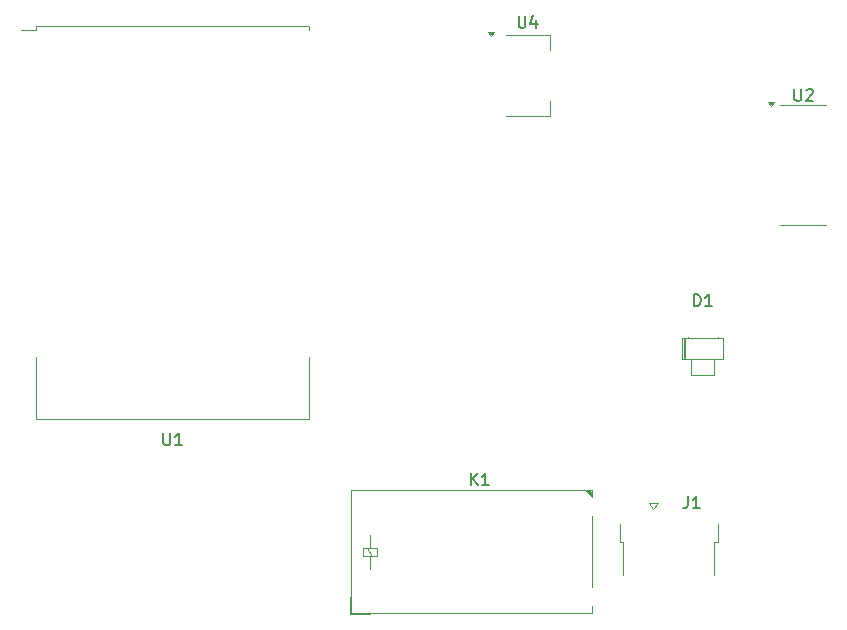
<source format=gbr>
%TF.GenerationSoftware,KiCad,Pcbnew,9.0.0*%
%TF.CreationDate,2025-04-09T12:13:31+05:30*%
%TF.ProjectId,ES lab Assignment,4553206c-6162-4204-9173-7369676e6d65,rev?*%
%TF.SameCoordinates,Original*%
%TF.FileFunction,Legend,Top*%
%TF.FilePolarity,Positive*%
%FSLAX46Y46*%
G04 Gerber Fmt 4.6, Leading zero omitted, Abs format (unit mm)*
G04 Created by KiCad (PCBNEW 9.0.0) date 2025-04-09 12:13:31*
%MOMM*%
%LPD*%
G01*
G04 APERTURE LIST*
%ADD10C,0.150000*%
%ADD11C,0.120000*%
G04 APERTURE END LIST*
D10*
X151216666Y-106639819D02*
X151216666Y-107354104D01*
X151216666Y-107354104D02*
X151169047Y-107496961D01*
X151169047Y-107496961D02*
X151073809Y-107592200D01*
X151073809Y-107592200D02*
X150930952Y-107639819D01*
X150930952Y-107639819D02*
X150835714Y-107639819D01*
X152216666Y-107639819D02*
X151645238Y-107639819D01*
X151930952Y-107639819D02*
X151930952Y-106639819D01*
X151930952Y-106639819D02*
X151835714Y-106782676D01*
X151835714Y-106782676D02*
X151740476Y-106877914D01*
X151740476Y-106877914D02*
X151645238Y-106925533D01*
X136888095Y-65954819D02*
X136888095Y-66764342D01*
X136888095Y-66764342D02*
X136935714Y-66859580D01*
X136935714Y-66859580D02*
X136983333Y-66907200D01*
X136983333Y-66907200D02*
X137078571Y-66954819D01*
X137078571Y-66954819D02*
X137269047Y-66954819D01*
X137269047Y-66954819D02*
X137364285Y-66907200D01*
X137364285Y-66907200D02*
X137411904Y-66859580D01*
X137411904Y-66859580D02*
X137459523Y-66764342D01*
X137459523Y-66764342D02*
X137459523Y-65954819D01*
X138364285Y-66288152D02*
X138364285Y-66954819D01*
X138126190Y-65907200D02*
X137888095Y-66621485D01*
X137888095Y-66621485D02*
X138507142Y-66621485D01*
X160238095Y-72154819D02*
X160238095Y-72964342D01*
X160238095Y-72964342D02*
X160285714Y-73059580D01*
X160285714Y-73059580D02*
X160333333Y-73107200D01*
X160333333Y-73107200D02*
X160428571Y-73154819D01*
X160428571Y-73154819D02*
X160619047Y-73154819D01*
X160619047Y-73154819D02*
X160714285Y-73107200D01*
X160714285Y-73107200D02*
X160761904Y-73059580D01*
X160761904Y-73059580D02*
X160809523Y-72964342D01*
X160809523Y-72964342D02*
X160809523Y-72154819D01*
X161238095Y-72250057D02*
X161285714Y-72202438D01*
X161285714Y-72202438D02*
X161380952Y-72154819D01*
X161380952Y-72154819D02*
X161619047Y-72154819D01*
X161619047Y-72154819D02*
X161714285Y-72202438D01*
X161714285Y-72202438D02*
X161761904Y-72250057D01*
X161761904Y-72250057D02*
X161809523Y-72345295D01*
X161809523Y-72345295D02*
X161809523Y-72440533D01*
X161809523Y-72440533D02*
X161761904Y-72583390D01*
X161761904Y-72583390D02*
X161190476Y-73154819D01*
X161190476Y-73154819D02*
X161809523Y-73154819D01*
X106808095Y-101309819D02*
X106808095Y-102119342D01*
X106808095Y-102119342D02*
X106855714Y-102214580D01*
X106855714Y-102214580D02*
X106903333Y-102262200D01*
X106903333Y-102262200D02*
X106998571Y-102309819D01*
X106998571Y-102309819D02*
X107189047Y-102309819D01*
X107189047Y-102309819D02*
X107284285Y-102262200D01*
X107284285Y-102262200D02*
X107331904Y-102214580D01*
X107331904Y-102214580D02*
X107379523Y-102119342D01*
X107379523Y-102119342D02*
X107379523Y-101309819D01*
X108379523Y-102309819D02*
X107808095Y-102309819D01*
X108093809Y-102309819D02*
X108093809Y-101309819D01*
X108093809Y-101309819D02*
X107998571Y-101452676D01*
X107998571Y-101452676D02*
X107903333Y-101547914D01*
X107903333Y-101547914D02*
X107808095Y-101595533D01*
X132831905Y-105674819D02*
X132831905Y-104674819D01*
X133403333Y-105674819D02*
X132974762Y-105103390D01*
X133403333Y-104674819D02*
X132831905Y-105246247D01*
X134355714Y-105674819D02*
X133784286Y-105674819D01*
X134070000Y-105674819D02*
X134070000Y-104674819D01*
X134070000Y-104674819D02*
X133974762Y-104817676D01*
X133974762Y-104817676D02*
X133879524Y-104912914D01*
X133879524Y-104912914D02*
X133784286Y-104960533D01*
X151726905Y-90534819D02*
X151726905Y-89534819D01*
X151726905Y-89534819D02*
X151965000Y-89534819D01*
X151965000Y-89534819D02*
X152107857Y-89582438D01*
X152107857Y-89582438D02*
X152203095Y-89677676D01*
X152203095Y-89677676D02*
X152250714Y-89772914D01*
X152250714Y-89772914D02*
X152298333Y-89963390D01*
X152298333Y-89963390D02*
X152298333Y-90106247D01*
X152298333Y-90106247D02*
X152250714Y-90296723D01*
X152250714Y-90296723D02*
X152203095Y-90391961D01*
X152203095Y-90391961D02*
X152107857Y-90487200D01*
X152107857Y-90487200D02*
X151965000Y-90534819D01*
X151965000Y-90534819D02*
X151726905Y-90534819D01*
X153250714Y-90534819D02*
X152679286Y-90534819D01*
X152965000Y-90534819D02*
X152965000Y-89534819D01*
X152965000Y-89534819D02*
X152869762Y-89677676D01*
X152869762Y-89677676D02*
X152774524Y-89772914D01*
X152774524Y-89772914D02*
X152679286Y-89820533D01*
D11*
%TO.C,J1*%
X145450000Y-110485000D02*
X145450000Y-108935000D01*
X145450000Y-110485000D02*
X145750000Y-110485000D01*
X145750000Y-113285000D02*
X145750000Y-110485000D01*
X147900000Y-107235000D02*
X148700000Y-107235000D01*
X148300000Y-107685000D02*
X147900000Y-107235000D01*
X148700000Y-107235000D02*
X148300000Y-107685000D01*
X153450000Y-110485000D02*
X153750000Y-110485000D01*
X153450000Y-113285000D02*
X153450000Y-110485000D01*
X153750000Y-110485000D02*
X153750000Y-108935000D01*
%TO.C,U4*%
X135800000Y-67590000D02*
X139560000Y-67590000D01*
X135800000Y-74410000D02*
X139560000Y-74410000D01*
X139560000Y-67590000D02*
X139560000Y-68850000D01*
X139560000Y-74410000D02*
X139560000Y-73150000D01*
X134520000Y-67690000D02*
X134280000Y-67360000D01*
X134760000Y-67360000D01*
X134520000Y-67690000D01*
G36*
X134520000Y-67690000D02*
G01*
X134280000Y-67360000D01*
X134760000Y-67360000D01*
X134520000Y-67690000D01*
G37*
%TO.C,U2*%
X161000000Y-73540000D02*
X159050000Y-73540000D01*
X161000000Y-73540000D02*
X162950000Y-73540000D01*
X161000000Y-83660000D02*
X159050000Y-83660000D01*
X161000000Y-83660000D02*
X162950000Y-83660000D01*
X158275000Y-73595000D02*
X158035000Y-73265000D01*
X158515000Y-73265000D01*
X158275000Y-73595000D01*
G36*
X158275000Y-73595000D02*
G01*
X158035000Y-73265000D01*
X158515000Y-73265000D01*
X158275000Y-73595000D01*
G37*
%TO.C,U1*%
X96013000Y-66803000D02*
X96013000Y-67184000D01*
X96013000Y-67184000D02*
X94743000Y-67184000D01*
X96013000Y-94870000D02*
X96013000Y-100077000D01*
X96013000Y-100077000D02*
X119127000Y-100077000D01*
X119127000Y-66803000D02*
X96013000Y-66803000D01*
X119127000Y-67184000D02*
X119127000Y-66803000D01*
X119127000Y-100077000D02*
X119127000Y-94870000D01*
%TO.C,K1*%
X122570000Y-116620000D02*
X122570000Y-115120000D01*
X122670000Y-106120000D02*
X143070000Y-106120000D01*
X122670000Y-116520000D02*
X122670000Y-106120000D01*
X123670000Y-111020000D02*
X123670000Y-111720000D01*
X123670000Y-111720000D02*
X124870000Y-111720000D01*
X124270000Y-111020000D02*
X124270000Y-109920000D01*
X124270000Y-111720000D02*
X124270000Y-112820000D01*
X124270000Y-116620000D02*
X122570000Y-116620000D01*
X124470000Y-111720000D02*
X124070000Y-111020000D01*
X124870000Y-111020000D02*
X123670000Y-111020000D01*
X124870000Y-111720000D02*
X124870000Y-111020000D01*
X142470000Y-106120000D02*
X143070000Y-106720000D01*
X142870000Y-106120000D02*
X143070000Y-106320000D01*
X143070000Y-106120000D02*
X143070000Y-106720000D01*
X143070000Y-106420000D02*
X142670000Y-106120000D01*
X143070000Y-106520000D02*
X142670000Y-106120000D01*
X143070000Y-106620000D02*
X142570000Y-106120000D01*
X143070000Y-108320000D02*
X143070000Y-114320000D01*
X143070000Y-115920000D02*
X143070000Y-116520000D01*
X143070000Y-116520000D02*
X122670000Y-116520000D01*
%TO.C,D1*%
X150755000Y-93250000D02*
X150755000Y-94970000D01*
X150755000Y-94970000D02*
X154175000Y-94970000D01*
X150875000Y-93250000D02*
X150875000Y-94970000D01*
X150995000Y-93250000D02*
X150995000Y-94970000D01*
X151195000Y-93120000D02*
X151195000Y-93120000D01*
X151195000Y-93120000D02*
X151195000Y-93250000D01*
X151195000Y-93250000D02*
X151195000Y-93120000D01*
X151195000Y-93250000D02*
X151195000Y-93250000D01*
X151505000Y-94970000D02*
X151505000Y-96370000D01*
X151505000Y-96370000D02*
X153425000Y-96370000D01*
X153425000Y-94970000D02*
X151505000Y-94970000D01*
X153425000Y-96370000D02*
X153425000Y-94970000D01*
X153735000Y-93120000D02*
X153735000Y-93120000D01*
X153735000Y-93120000D02*
X153735000Y-93250000D01*
X153735000Y-93250000D02*
X153735000Y-93120000D01*
X153735000Y-93250000D02*
X153735000Y-93250000D01*
X154175000Y-93250000D02*
X150755000Y-93250000D01*
X154175000Y-94970000D02*
X154175000Y-93250000D01*
%TD*%
M02*

</source>
